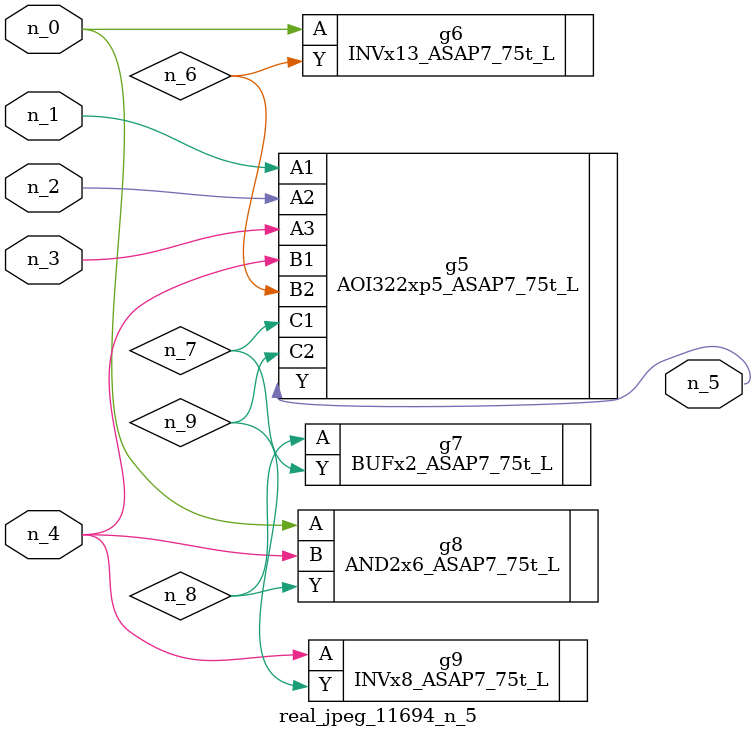
<source format=v>
module real_jpeg_11694_n_5 (n_4, n_0, n_1, n_2, n_3, n_5);

input n_4;
input n_0;
input n_1;
input n_2;
input n_3;

output n_5;

wire n_8;
wire n_6;
wire n_7;
wire n_9;

INVx13_ASAP7_75t_L g6 ( 
.A(n_0),
.Y(n_6)
);

AND2x6_ASAP7_75t_L g8 ( 
.A(n_0),
.B(n_4),
.Y(n_8)
);

AOI322xp5_ASAP7_75t_L g5 ( 
.A1(n_1),
.A2(n_2),
.A3(n_3),
.B1(n_4),
.B2(n_6),
.C1(n_7),
.C2(n_9),
.Y(n_5)
);

INVx8_ASAP7_75t_L g9 ( 
.A(n_4),
.Y(n_9)
);

BUFx2_ASAP7_75t_L g7 ( 
.A(n_8),
.Y(n_7)
);


endmodule
</source>
